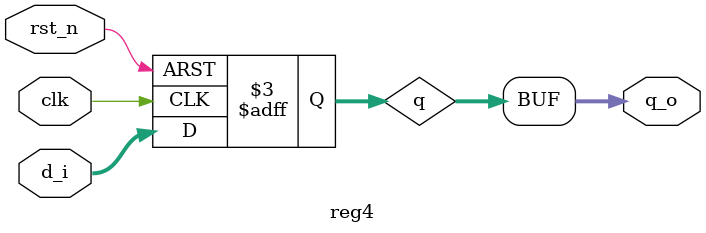
<source format=v>

`timescale 1ns / 1ps


module reg4
(
input [3:0] d_i,
input rst_n,
input clk,
output [3:0] q_o
);

reg [3:0] q;

always @(posedge clk or negedge rst_n) begin
    if (rst_n == 1'b0) begin
        q <= 4'b0000;
    end
    else begin
        q <= d_i;
    end
end

assign q_o = q;

endmodule
</source>
